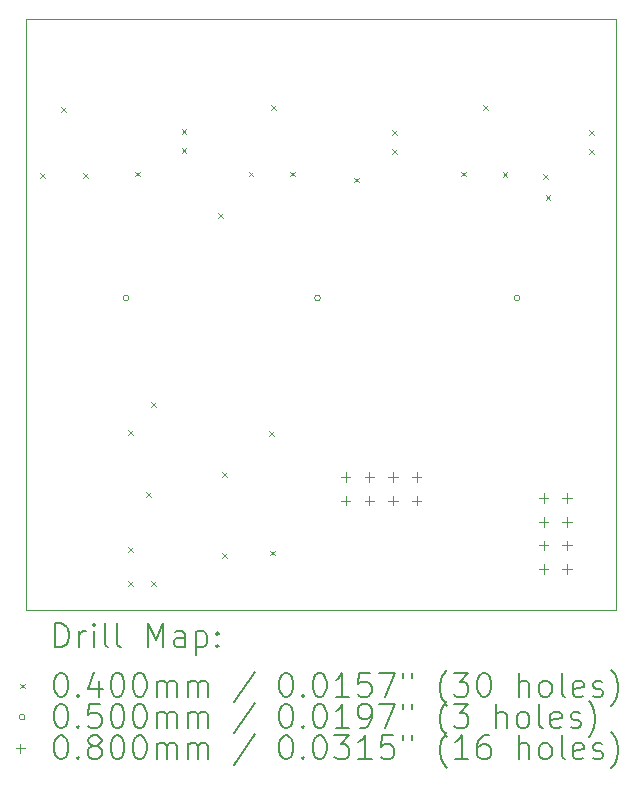
<source format=gbr>
%FSLAX45Y45*%
G04 Gerber Fmt 4.5, Leading zero omitted, Abs format (unit mm)*
G04 Created by KiCad (PCBNEW 6.0.2-378541a8eb~116~ubuntu20.04.1) date 2022-03-13 21:59:55*
%MOMM*%
%LPD*%
G01*
G04 APERTURE LIST*
%TA.AperFunction,Profile*%
%ADD10C,0.100000*%
%TD*%
%ADD11C,0.200000*%
%ADD12C,0.040000*%
%ADD13C,0.050000*%
%ADD14C,0.080000*%
G04 APERTURE END LIST*
D10*
X10750000Y-7940000D02*
X15750000Y-7940000D01*
X15750000Y-7940000D02*
X15750000Y-12940000D01*
X15750000Y-12940000D02*
X10750000Y-12940000D01*
X10750000Y-12940000D02*
X10750000Y-7940000D01*
D11*
D12*
X10874639Y-9243101D02*
X10914639Y-9283101D01*
X10914639Y-9243101D02*
X10874639Y-9283101D01*
X11051250Y-8685000D02*
X11091250Y-8725000D01*
X11091250Y-8685000D02*
X11051250Y-8725000D01*
X11238750Y-9240000D02*
X11278750Y-9280000D01*
X11278750Y-9240000D02*
X11238750Y-9280000D01*
X11615000Y-11420000D02*
X11655000Y-11460000D01*
X11655000Y-11420000D02*
X11615000Y-11460000D01*
X11615000Y-12410000D02*
X11655000Y-12450000D01*
X11655000Y-12410000D02*
X11615000Y-12450000D01*
X11615000Y-12700000D02*
X11655000Y-12740000D01*
X11655000Y-12700000D02*
X11615000Y-12740000D01*
X11680000Y-9230000D02*
X11720000Y-9270000D01*
X11720000Y-9230000D02*
X11680000Y-9270000D01*
X11770000Y-11945000D02*
X11810000Y-11985000D01*
X11810000Y-11945000D02*
X11770000Y-11985000D01*
X11815000Y-11180000D02*
X11855000Y-11220000D01*
X11855000Y-11180000D02*
X11815000Y-11220000D01*
X11815000Y-12700000D02*
X11855000Y-12740000D01*
X11855000Y-12700000D02*
X11815000Y-12740000D01*
X12070000Y-8870000D02*
X12110000Y-8910000D01*
X12110000Y-8870000D02*
X12070000Y-8910000D01*
X12070000Y-9030000D02*
X12110000Y-9070000D01*
X12110000Y-9030000D02*
X12070000Y-9070000D01*
X12380000Y-9580000D02*
X12420000Y-9620000D01*
X12420000Y-9580000D02*
X12380000Y-9620000D01*
X12412500Y-11775000D02*
X12452500Y-11815000D01*
X12452500Y-11775000D02*
X12412500Y-11815000D01*
X12415000Y-12460000D02*
X12455000Y-12500000D01*
X12455000Y-12460000D02*
X12415000Y-12500000D01*
X12638750Y-9230000D02*
X12678750Y-9270000D01*
X12678750Y-9230000D02*
X12638750Y-9270000D01*
X12810000Y-11430000D02*
X12850000Y-11470000D01*
X12850000Y-11430000D02*
X12810000Y-11470000D01*
X12820000Y-12440000D02*
X12860000Y-12480000D01*
X12860000Y-12440000D02*
X12820000Y-12480000D01*
X12831250Y-8665000D02*
X12871250Y-8705000D01*
X12871250Y-8665000D02*
X12831250Y-8705000D01*
X12988750Y-9230000D02*
X13028750Y-9270000D01*
X13028750Y-9230000D02*
X12988750Y-9270000D01*
X13530000Y-9280000D02*
X13570000Y-9320000D01*
X13570000Y-9280000D02*
X13530000Y-9320000D01*
X13855000Y-8880000D02*
X13895000Y-8920000D01*
X13895000Y-8880000D02*
X13855000Y-8920000D01*
X13855000Y-9040000D02*
X13895000Y-9080000D01*
X13895000Y-9040000D02*
X13855000Y-9080000D01*
X14438750Y-9230000D02*
X14478750Y-9270000D01*
X14478750Y-9230000D02*
X14438750Y-9270000D01*
X14626250Y-8665000D02*
X14666250Y-8705000D01*
X14666250Y-8665000D02*
X14626250Y-8705000D01*
X14788750Y-9233450D02*
X14828750Y-9273450D01*
X14828750Y-9233450D02*
X14788750Y-9273450D01*
X15132450Y-9250000D02*
X15172450Y-9290000D01*
X15172450Y-9250000D02*
X15132450Y-9290000D01*
X15152500Y-9430000D02*
X15192500Y-9470000D01*
X15192500Y-9430000D02*
X15152500Y-9470000D01*
X15520000Y-8880000D02*
X15560000Y-8920000D01*
X15560000Y-8880000D02*
X15520000Y-8920000D01*
X15520000Y-9040000D02*
X15560000Y-9080000D01*
X15560000Y-9040000D02*
X15520000Y-9080000D01*
D13*
X11625000Y-10300000D02*
G75*
G03*
X11625000Y-10300000I-25000J0D01*
G01*
X13245000Y-10300000D02*
G75*
G03*
X13245000Y-10300000I-25000J0D01*
G01*
X14935000Y-10300000D02*
G75*
G03*
X14935000Y-10300000I-25000J0D01*
G01*
D14*
X13460000Y-11775000D02*
X13460000Y-11855000D01*
X13420000Y-11815000D02*
X13500000Y-11815000D01*
X13460000Y-11975000D02*
X13460000Y-12055000D01*
X13420000Y-12015000D02*
X13500000Y-12015000D01*
X13660000Y-11775000D02*
X13660000Y-11855000D01*
X13620000Y-11815000D02*
X13700000Y-11815000D01*
X13660000Y-11975000D02*
X13660000Y-12055000D01*
X13620000Y-12015000D02*
X13700000Y-12015000D01*
X13860000Y-11775000D02*
X13860000Y-11855000D01*
X13820000Y-11815000D02*
X13900000Y-11815000D01*
X13860000Y-11975000D02*
X13860000Y-12055000D01*
X13820000Y-12015000D02*
X13900000Y-12015000D01*
X14060000Y-11775000D02*
X14060000Y-11855000D01*
X14020000Y-11815000D02*
X14100000Y-11815000D01*
X14060000Y-11975000D02*
X14060000Y-12055000D01*
X14020000Y-12015000D02*
X14100000Y-12015000D01*
X15135000Y-11955000D02*
X15135000Y-12035000D01*
X15095000Y-11995000D02*
X15175000Y-11995000D01*
X15135000Y-12155000D02*
X15135000Y-12235000D01*
X15095000Y-12195000D02*
X15175000Y-12195000D01*
X15135000Y-12355000D02*
X15135000Y-12435000D01*
X15095000Y-12395000D02*
X15175000Y-12395000D01*
X15135000Y-12555000D02*
X15135000Y-12635000D01*
X15095000Y-12595000D02*
X15175000Y-12595000D01*
X15335000Y-11955000D02*
X15335000Y-12035000D01*
X15295000Y-11995000D02*
X15375000Y-11995000D01*
X15335000Y-12155000D02*
X15335000Y-12235000D01*
X15295000Y-12195000D02*
X15375000Y-12195000D01*
X15335000Y-12355000D02*
X15335000Y-12435000D01*
X15295000Y-12395000D02*
X15375000Y-12395000D01*
X15335000Y-12555000D02*
X15335000Y-12635000D01*
X15295000Y-12595000D02*
X15375000Y-12595000D01*
D11*
X11002619Y-13255476D02*
X11002619Y-13055476D01*
X11050238Y-13055476D01*
X11078810Y-13065000D01*
X11097857Y-13084048D01*
X11107381Y-13103095D01*
X11116905Y-13141190D01*
X11116905Y-13169762D01*
X11107381Y-13207857D01*
X11097857Y-13226905D01*
X11078810Y-13245952D01*
X11050238Y-13255476D01*
X11002619Y-13255476D01*
X11202619Y-13255476D02*
X11202619Y-13122143D01*
X11202619Y-13160238D02*
X11212143Y-13141190D01*
X11221667Y-13131667D01*
X11240714Y-13122143D01*
X11259762Y-13122143D01*
X11326428Y-13255476D02*
X11326428Y-13122143D01*
X11326428Y-13055476D02*
X11316905Y-13065000D01*
X11326428Y-13074524D01*
X11335952Y-13065000D01*
X11326428Y-13055476D01*
X11326428Y-13074524D01*
X11450238Y-13255476D02*
X11431190Y-13245952D01*
X11421667Y-13226905D01*
X11421667Y-13055476D01*
X11555000Y-13255476D02*
X11535952Y-13245952D01*
X11526428Y-13226905D01*
X11526428Y-13055476D01*
X11783571Y-13255476D02*
X11783571Y-13055476D01*
X11850238Y-13198333D01*
X11916905Y-13055476D01*
X11916905Y-13255476D01*
X12097857Y-13255476D02*
X12097857Y-13150714D01*
X12088333Y-13131667D01*
X12069286Y-13122143D01*
X12031190Y-13122143D01*
X12012143Y-13131667D01*
X12097857Y-13245952D02*
X12078809Y-13255476D01*
X12031190Y-13255476D01*
X12012143Y-13245952D01*
X12002619Y-13226905D01*
X12002619Y-13207857D01*
X12012143Y-13188809D01*
X12031190Y-13179286D01*
X12078809Y-13179286D01*
X12097857Y-13169762D01*
X12193095Y-13122143D02*
X12193095Y-13322143D01*
X12193095Y-13131667D02*
X12212143Y-13122143D01*
X12250238Y-13122143D01*
X12269286Y-13131667D01*
X12278809Y-13141190D01*
X12288333Y-13160238D01*
X12288333Y-13217381D01*
X12278809Y-13236428D01*
X12269286Y-13245952D01*
X12250238Y-13255476D01*
X12212143Y-13255476D01*
X12193095Y-13245952D01*
X12374048Y-13236428D02*
X12383571Y-13245952D01*
X12374048Y-13255476D01*
X12364524Y-13245952D01*
X12374048Y-13236428D01*
X12374048Y-13255476D01*
X12374048Y-13131667D02*
X12383571Y-13141190D01*
X12374048Y-13150714D01*
X12364524Y-13141190D01*
X12374048Y-13131667D01*
X12374048Y-13150714D01*
D12*
X10705000Y-13565000D02*
X10745000Y-13605000D01*
X10745000Y-13565000D02*
X10705000Y-13605000D01*
D11*
X11040714Y-13475476D02*
X11059762Y-13475476D01*
X11078810Y-13485000D01*
X11088333Y-13494524D01*
X11097857Y-13513571D01*
X11107381Y-13551667D01*
X11107381Y-13599286D01*
X11097857Y-13637381D01*
X11088333Y-13656428D01*
X11078810Y-13665952D01*
X11059762Y-13675476D01*
X11040714Y-13675476D01*
X11021667Y-13665952D01*
X11012143Y-13656428D01*
X11002619Y-13637381D01*
X10993095Y-13599286D01*
X10993095Y-13551667D01*
X11002619Y-13513571D01*
X11012143Y-13494524D01*
X11021667Y-13485000D01*
X11040714Y-13475476D01*
X11193095Y-13656428D02*
X11202619Y-13665952D01*
X11193095Y-13675476D01*
X11183571Y-13665952D01*
X11193095Y-13656428D01*
X11193095Y-13675476D01*
X11374048Y-13542143D02*
X11374048Y-13675476D01*
X11326428Y-13465952D02*
X11278809Y-13608809D01*
X11402619Y-13608809D01*
X11516905Y-13475476D02*
X11535952Y-13475476D01*
X11555000Y-13485000D01*
X11564524Y-13494524D01*
X11574048Y-13513571D01*
X11583571Y-13551667D01*
X11583571Y-13599286D01*
X11574048Y-13637381D01*
X11564524Y-13656428D01*
X11555000Y-13665952D01*
X11535952Y-13675476D01*
X11516905Y-13675476D01*
X11497857Y-13665952D01*
X11488333Y-13656428D01*
X11478809Y-13637381D01*
X11469286Y-13599286D01*
X11469286Y-13551667D01*
X11478809Y-13513571D01*
X11488333Y-13494524D01*
X11497857Y-13485000D01*
X11516905Y-13475476D01*
X11707381Y-13475476D02*
X11726428Y-13475476D01*
X11745476Y-13485000D01*
X11755000Y-13494524D01*
X11764524Y-13513571D01*
X11774048Y-13551667D01*
X11774048Y-13599286D01*
X11764524Y-13637381D01*
X11755000Y-13656428D01*
X11745476Y-13665952D01*
X11726428Y-13675476D01*
X11707381Y-13675476D01*
X11688333Y-13665952D01*
X11678809Y-13656428D01*
X11669286Y-13637381D01*
X11659762Y-13599286D01*
X11659762Y-13551667D01*
X11669286Y-13513571D01*
X11678809Y-13494524D01*
X11688333Y-13485000D01*
X11707381Y-13475476D01*
X11859762Y-13675476D02*
X11859762Y-13542143D01*
X11859762Y-13561190D02*
X11869286Y-13551667D01*
X11888333Y-13542143D01*
X11916905Y-13542143D01*
X11935952Y-13551667D01*
X11945476Y-13570714D01*
X11945476Y-13675476D01*
X11945476Y-13570714D02*
X11955000Y-13551667D01*
X11974048Y-13542143D01*
X12002619Y-13542143D01*
X12021667Y-13551667D01*
X12031190Y-13570714D01*
X12031190Y-13675476D01*
X12126428Y-13675476D02*
X12126428Y-13542143D01*
X12126428Y-13561190D02*
X12135952Y-13551667D01*
X12155000Y-13542143D01*
X12183571Y-13542143D01*
X12202619Y-13551667D01*
X12212143Y-13570714D01*
X12212143Y-13675476D01*
X12212143Y-13570714D02*
X12221667Y-13551667D01*
X12240714Y-13542143D01*
X12269286Y-13542143D01*
X12288333Y-13551667D01*
X12297857Y-13570714D01*
X12297857Y-13675476D01*
X12688333Y-13465952D02*
X12516905Y-13723095D01*
X12945476Y-13475476D02*
X12964524Y-13475476D01*
X12983571Y-13485000D01*
X12993095Y-13494524D01*
X13002619Y-13513571D01*
X13012143Y-13551667D01*
X13012143Y-13599286D01*
X13002619Y-13637381D01*
X12993095Y-13656428D01*
X12983571Y-13665952D01*
X12964524Y-13675476D01*
X12945476Y-13675476D01*
X12926428Y-13665952D01*
X12916905Y-13656428D01*
X12907381Y-13637381D01*
X12897857Y-13599286D01*
X12897857Y-13551667D01*
X12907381Y-13513571D01*
X12916905Y-13494524D01*
X12926428Y-13485000D01*
X12945476Y-13475476D01*
X13097857Y-13656428D02*
X13107381Y-13665952D01*
X13097857Y-13675476D01*
X13088333Y-13665952D01*
X13097857Y-13656428D01*
X13097857Y-13675476D01*
X13231190Y-13475476D02*
X13250238Y-13475476D01*
X13269286Y-13485000D01*
X13278809Y-13494524D01*
X13288333Y-13513571D01*
X13297857Y-13551667D01*
X13297857Y-13599286D01*
X13288333Y-13637381D01*
X13278809Y-13656428D01*
X13269286Y-13665952D01*
X13250238Y-13675476D01*
X13231190Y-13675476D01*
X13212143Y-13665952D01*
X13202619Y-13656428D01*
X13193095Y-13637381D01*
X13183571Y-13599286D01*
X13183571Y-13551667D01*
X13193095Y-13513571D01*
X13202619Y-13494524D01*
X13212143Y-13485000D01*
X13231190Y-13475476D01*
X13488333Y-13675476D02*
X13374048Y-13675476D01*
X13431190Y-13675476D02*
X13431190Y-13475476D01*
X13412143Y-13504048D01*
X13393095Y-13523095D01*
X13374048Y-13532619D01*
X13669286Y-13475476D02*
X13574048Y-13475476D01*
X13564524Y-13570714D01*
X13574048Y-13561190D01*
X13593095Y-13551667D01*
X13640714Y-13551667D01*
X13659762Y-13561190D01*
X13669286Y-13570714D01*
X13678809Y-13589762D01*
X13678809Y-13637381D01*
X13669286Y-13656428D01*
X13659762Y-13665952D01*
X13640714Y-13675476D01*
X13593095Y-13675476D01*
X13574048Y-13665952D01*
X13564524Y-13656428D01*
X13745476Y-13475476D02*
X13878809Y-13475476D01*
X13793095Y-13675476D01*
X13945476Y-13475476D02*
X13945476Y-13513571D01*
X14021667Y-13475476D02*
X14021667Y-13513571D01*
X14316905Y-13751667D02*
X14307381Y-13742143D01*
X14288333Y-13713571D01*
X14278809Y-13694524D01*
X14269286Y-13665952D01*
X14259762Y-13618333D01*
X14259762Y-13580238D01*
X14269286Y-13532619D01*
X14278809Y-13504048D01*
X14288333Y-13485000D01*
X14307381Y-13456428D01*
X14316905Y-13446905D01*
X14374048Y-13475476D02*
X14497857Y-13475476D01*
X14431190Y-13551667D01*
X14459762Y-13551667D01*
X14478809Y-13561190D01*
X14488333Y-13570714D01*
X14497857Y-13589762D01*
X14497857Y-13637381D01*
X14488333Y-13656428D01*
X14478809Y-13665952D01*
X14459762Y-13675476D01*
X14402619Y-13675476D01*
X14383571Y-13665952D01*
X14374048Y-13656428D01*
X14621667Y-13475476D02*
X14640714Y-13475476D01*
X14659762Y-13485000D01*
X14669286Y-13494524D01*
X14678809Y-13513571D01*
X14688333Y-13551667D01*
X14688333Y-13599286D01*
X14678809Y-13637381D01*
X14669286Y-13656428D01*
X14659762Y-13665952D01*
X14640714Y-13675476D01*
X14621667Y-13675476D01*
X14602619Y-13665952D01*
X14593095Y-13656428D01*
X14583571Y-13637381D01*
X14574048Y-13599286D01*
X14574048Y-13551667D01*
X14583571Y-13513571D01*
X14593095Y-13494524D01*
X14602619Y-13485000D01*
X14621667Y-13475476D01*
X14926428Y-13675476D02*
X14926428Y-13475476D01*
X15012143Y-13675476D02*
X15012143Y-13570714D01*
X15002619Y-13551667D01*
X14983571Y-13542143D01*
X14955000Y-13542143D01*
X14935952Y-13551667D01*
X14926428Y-13561190D01*
X15135952Y-13675476D02*
X15116905Y-13665952D01*
X15107381Y-13656428D01*
X15097857Y-13637381D01*
X15097857Y-13580238D01*
X15107381Y-13561190D01*
X15116905Y-13551667D01*
X15135952Y-13542143D01*
X15164524Y-13542143D01*
X15183571Y-13551667D01*
X15193095Y-13561190D01*
X15202619Y-13580238D01*
X15202619Y-13637381D01*
X15193095Y-13656428D01*
X15183571Y-13665952D01*
X15164524Y-13675476D01*
X15135952Y-13675476D01*
X15316905Y-13675476D02*
X15297857Y-13665952D01*
X15288333Y-13646905D01*
X15288333Y-13475476D01*
X15469286Y-13665952D02*
X15450238Y-13675476D01*
X15412143Y-13675476D01*
X15393095Y-13665952D01*
X15383571Y-13646905D01*
X15383571Y-13570714D01*
X15393095Y-13551667D01*
X15412143Y-13542143D01*
X15450238Y-13542143D01*
X15469286Y-13551667D01*
X15478809Y-13570714D01*
X15478809Y-13589762D01*
X15383571Y-13608809D01*
X15555000Y-13665952D02*
X15574048Y-13675476D01*
X15612143Y-13675476D01*
X15631190Y-13665952D01*
X15640714Y-13646905D01*
X15640714Y-13637381D01*
X15631190Y-13618333D01*
X15612143Y-13608809D01*
X15583571Y-13608809D01*
X15564524Y-13599286D01*
X15555000Y-13580238D01*
X15555000Y-13570714D01*
X15564524Y-13551667D01*
X15583571Y-13542143D01*
X15612143Y-13542143D01*
X15631190Y-13551667D01*
X15707381Y-13751667D02*
X15716905Y-13742143D01*
X15735952Y-13713571D01*
X15745476Y-13694524D01*
X15755000Y-13665952D01*
X15764524Y-13618333D01*
X15764524Y-13580238D01*
X15755000Y-13532619D01*
X15745476Y-13504048D01*
X15735952Y-13485000D01*
X15716905Y-13456428D01*
X15707381Y-13446905D01*
D13*
X10745000Y-13849000D02*
G75*
G03*
X10745000Y-13849000I-25000J0D01*
G01*
D11*
X11040714Y-13739476D02*
X11059762Y-13739476D01*
X11078810Y-13749000D01*
X11088333Y-13758524D01*
X11097857Y-13777571D01*
X11107381Y-13815667D01*
X11107381Y-13863286D01*
X11097857Y-13901381D01*
X11088333Y-13920428D01*
X11078810Y-13929952D01*
X11059762Y-13939476D01*
X11040714Y-13939476D01*
X11021667Y-13929952D01*
X11012143Y-13920428D01*
X11002619Y-13901381D01*
X10993095Y-13863286D01*
X10993095Y-13815667D01*
X11002619Y-13777571D01*
X11012143Y-13758524D01*
X11021667Y-13749000D01*
X11040714Y-13739476D01*
X11193095Y-13920428D02*
X11202619Y-13929952D01*
X11193095Y-13939476D01*
X11183571Y-13929952D01*
X11193095Y-13920428D01*
X11193095Y-13939476D01*
X11383571Y-13739476D02*
X11288333Y-13739476D01*
X11278809Y-13834714D01*
X11288333Y-13825190D01*
X11307381Y-13815667D01*
X11355000Y-13815667D01*
X11374048Y-13825190D01*
X11383571Y-13834714D01*
X11393095Y-13853762D01*
X11393095Y-13901381D01*
X11383571Y-13920428D01*
X11374048Y-13929952D01*
X11355000Y-13939476D01*
X11307381Y-13939476D01*
X11288333Y-13929952D01*
X11278809Y-13920428D01*
X11516905Y-13739476D02*
X11535952Y-13739476D01*
X11555000Y-13749000D01*
X11564524Y-13758524D01*
X11574048Y-13777571D01*
X11583571Y-13815667D01*
X11583571Y-13863286D01*
X11574048Y-13901381D01*
X11564524Y-13920428D01*
X11555000Y-13929952D01*
X11535952Y-13939476D01*
X11516905Y-13939476D01*
X11497857Y-13929952D01*
X11488333Y-13920428D01*
X11478809Y-13901381D01*
X11469286Y-13863286D01*
X11469286Y-13815667D01*
X11478809Y-13777571D01*
X11488333Y-13758524D01*
X11497857Y-13749000D01*
X11516905Y-13739476D01*
X11707381Y-13739476D02*
X11726428Y-13739476D01*
X11745476Y-13749000D01*
X11755000Y-13758524D01*
X11764524Y-13777571D01*
X11774048Y-13815667D01*
X11774048Y-13863286D01*
X11764524Y-13901381D01*
X11755000Y-13920428D01*
X11745476Y-13929952D01*
X11726428Y-13939476D01*
X11707381Y-13939476D01*
X11688333Y-13929952D01*
X11678809Y-13920428D01*
X11669286Y-13901381D01*
X11659762Y-13863286D01*
X11659762Y-13815667D01*
X11669286Y-13777571D01*
X11678809Y-13758524D01*
X11688333Y-13749000D01*
X11707381Y-13739476D01*
X11859762Y-13939476D02*
X11859762Y-13806143D01*
X11859762Y-13825190D02*
X11869286Y-13815667D01*
X11888333Y-13806143D01*
X11916905Y-13806143D01*
X11935952Y-13815667D01*
X11945476Y-13834714D01*
X11945476Y-13939476D01*
X11945476Y-13834714D02*
X11955000Y-13815667D01*
X11974048Y-13806143D01*
X12002619Y-13806143D01*
X12021667Y-13815667D01*
X12031190Y-13834714D01*
X12031190Y-13939476D01*
X12126428Y-13939476D02*
X12126428Y-13806143D01*
X12126428Y-13825190D02*
X12135952Y-13815667D01*
X12155000Y-13806143D01*
X12183571Y-13806143D01*
X12202619Y-13815667D01*
X12212143Y-13834714D01*
X12212143Y-13939476D01*
X12212143Y-13834714D02*
X12221667Y-13815667D01*
X12240714Y-13806143D01*
X12269286Y-13806143D01*
X12288333Y-13815667D01*
X12297857Y-13834714D01*
X12297857Y-13939476D01*
X12688333Y-13729952D02*
X12516905Y-13987095D01*
X12945476Y-13739476D02*
X12964524Y-13739476D01*
X12983571Y-13749000D01*
X12993095Y-13758524D01*
X13002619Y-13777571D01*
X13012143Y-13815667D01*
X13012143Y-13863286D01*
X13002619Y-13901381D01*
X12993095Y-13920428D01*
X12983571Y-13929952D01*
X12964524Y-13939476D01*
X12945476Y-13939476D01*
X12926428Y-13929952D01*
X12916905Y-13920428D01*
X12907381Y-13901381D01*
X12897857Y-13863286D01*
X12897857Y-13815667D01*
X12907381Y-13777571D01*
X12916905Y-13758524D01*
X12926428Y-13749000D01*
X12945476Y-13739476D01*
X13097857Y-13920428D02*
X13107381Y-13929952D01*
X13097857Y-13939476D01*
X13088333Y-13929952D01*
X13097857Y-13920428D01*
X13097857Y-13939476D01*
X13231190Y-13739476D02*
X13250238Y-13739476D01*
X13269286Y-13749000D01*
X13278809Y-13758524D01*
X13288333Y-13777571D01*
X13297857Y-13815667D01*
X13297857Y-13863286D01*
X13288333Y-13901381D01*
X13278809Y-13920428D01*
X13269286Y-13929952D01*
X13250238Y-13939476D01*
X13231190Y-13939476D01*
X13212143Y-13929952D01*
X13202619Y-13920428D01*
X13193095Y-13901381D01*
X13183571Y-13863286D01*
X13183571Y-13815667D01*
X13193095Y-13777571D01*
X13202619Y-13758524D01*
X13212143Y-13749000D01*
X13231190Y-13739476D01*
X13488333Y-13939476D02*
X13374048Y-13939476D01*
X13431190Y-13939476D02*
X13431190Y-13739476D01*
X13412143Y-13768048D01*
X13393095Y-13787095D01*
X13374048Y-13796619D01*
X13583571Y-13939476D02*
X13621667Y-13939476D01*
X13640714Y-13929952D01*
X13650238Y-13920428D01*
X13669286Y-13891857D01*
X13678809Y-13853762D01*
X13678809Y-13777571D01*
X13669286Y-13758524D01*
X13659762Y-13749000D01*
X13640714Y-13739476D01*
X13602619Y-13739476D01*
X13583571Y-13749000D01*
X13574048Y-13758524D01*
X13564524Y-13777571D01*
X13564524Y-13825190D01*
X13574048Y-13844238D01*
X13583571Y-13853762D01*
X13602619Y-13863286D01*
X13640714Y-13863286D01*
X13659762Y-13853762D01*
X13669286Y-13844238D01*
X13678809Y-13825190D01*
X13745476Y-13739476D02*
X13878809Y-13739476D01*
X13793095Y-13939476D01*
X13945476Y-13739476D02*
X13945476Y-13777571D01*
X14021667Y-13739476D02*
X14021667Y-13777571D01*
X14316905Y-14015667D02*
X14307381Y-14006143D01*
X14288333Y-13977571D01*
X14278809Y-13958524D01*
X14269286Y-13929952D01*
X14259762Y-13882333D01*
X14259762Y-13844238D01*
X14269286Y-13796619D01*
X14278809Y-13768048D01*
X14288333Y-13749000D01*
X14307381Y-13720428D01*
X14316905Y-13710905D01*
X14374048Y-13739476D02*
X14497857Y-13739476D01*
X14431190Y-13815667D01*
X14459762Y-13815667D01*
X14478809Y-13825190D01*
X14488333Y-13834714D01*
X14497857Y-13853762D01*
X14497857Y-13901381D01*
X14488333Y-13920428D01*
X14478809Y-13929952D01*
X14459762Y-13939476D01*
X14402619Y-13939476D01*
X14383571Y-13929952D01*
X14374048Y-13920428D01*
X14735952Y-13939476D02*
X14735952Y-13739476D01*
X14821667Y-13939476D02*
X14821667Y-13834714D01*
X14812143Y-13815667D01*
X14793095Y-13806143D01*
X14764524Y-13806143D01*
X14745476Y-13815667D01*
X14735952Y-13825190D01*
X14945476Y-13939476D02*
X14926428Y-13929952D01*
X14916905Y-13920428D01*
X14907381Y-13901381D01*
X14907381Y-13844238D01*
X14916905Y-13825190D01*
X14926428Y-13815667D01*
X14945476Y-13806143D01*
X14974048Y-13806143D01*
X14993095Y-13815667D01*
X15002619Y-13825190D01*
X15012143Y-13844238D01*
X15012143Y-13901381D01*
X15002619Y-13920428D01*
X14993095Y-13929952D01*
X14974048Y-13939476D01*
X14945476Y-13939476D01*
X15126428Y-13939476D02*
X15107381Y-13929952D01*
X15097857Y-13910905D01*
X15097857Y-13739476D01*
X15278809Y-13929952D02*
X15259762Y-13939476D01*
X15221667Y-13939476D01*
X15202619Y-13929952D01*
X15193095Y-13910905D01*
X15193095Y-13834714D01*
X15202619Y-13815667D01*
X15221667Y-13806143D01*
X15259762Y-13806143D01*
X15278809Y-13815667D01*
X15288333Y-13834714D01*
X15288333Y-13853762D01*
X15193095Y-13872809D01*
X15364524Y-13929952D02*
X15383571Y-13939476D01*
X15421667Y-13939476D01*
X15440714Y-13929952D01*
X15450238Y-13910905D01*
X15450238Y-13901381D01*
X15440714Y-13882333D01*
X15421667Y-13872809D01*
X15393095Y-13872809D01*
X15374048Y-13863286D01*
X15364524Y-13844238D01*
X15364524Y-13834714D01*
X15374048Y-13815667D01*
X15393095Y-13806143D01*
X15421667Y-13806143D01*
X15440714Y-13815667D01*
X15516905Y-14015667D02*
X15526428Y-14006143D01*
X15545476Y-13977571D01*
X15555000Y-13958524D01*
X15564524Y-13929952D01*
X15574048Y-13882333D01*
X15574048Y-13844238D01*
X15564524Y-13796619D01*
X15555000Y-13768048D01*
X15545476Y-13749000D01*
X15526428Y-13720428D01*
X15516905Y-13710905D01*
D14*
X10705000Y-14073000D02*
X10705000Y-14153000D01*
X10665000Y-14113000D02*
X10745000Y-14113000D01*
D11*
X11040714Y-14003476D02*
X11059762Y-14003476D01*
X11078810Y-14013000D01*
X11088333Y-14022524D01*
X11097857Y-14041571D01*
X11107381Y-14079667D01*
X11107381Y-14127286D01*
X11097857Y-14165381D01*
X11088333Y-14184428D01*
X11078810Y-14193952D01*
X11059762Y-14203476D01*
X11040714Y-14203476D01*
X11021667Y-14193952D01*
X11012143Y-14184428D01*
X11002619Y-14165381D01*
X10993095Y-14127286D01*
X10993095Y-14079667D01*
X11002619Y-14041571D01*
X11012143Y-14022524D01*
X11021667Y-14013000D01*
X11040714Y-14003476D01*
X11193095Y-14184428D02*
X11202619Y-14193952D01*
X11193095Y-14203476D01*
X11183571Y-14193952D01*
X11193095Y-14184428D01*
X11193095Y-14203476D01*
X11316905Y-14089190D02*
X11297857Y-14079667D01*
X11288333Y-14070143D01*
X11278809Y-14051095D01*
X11278809Y-14041571D01*
X11288333Y-14022524D01*
X11297857Y-14013000D01*
X11316905Y-14003476D01*
X11355000Y-14003476D01*
X11374048Y-14013000D01*
X11383571Y-14022524D01*
X11393095Y-14041571D01*
X11393095Y-14051095D01*
X11383571Y-14070143D01*
X11374048Y-14079667D01*
X11355000Y-14089190D01*
X11316905Y-14089190D01*
X11297857Y-14098714D01*
X11288333Y-14108238D01*
X11278809Y-14127286D01*
X11278809Y-14165381D01*
X11288333Y-14184428D01*
X11297857Y-14193952D01*
X11316905Y-14203476D01*
X11355000Y-14203476D01*
X11374048Y-14193952D01*
X11383571Y-14184428D01*
X11393095Y-14165381D01*
X11393095Y-14127286D01*
X11383571Y-14108238D01*
X11374048Y-14098714D01*
X11355000Y-14089190D01*
X11516905Y-14003476D02*
X11535952Y-14003476D01*
X11555000Y-14013000D01*
X11564524Y-14022524D01*
X11574048Y-14041571D01*
X11583571Y-14079667D01*
X11583571Y-14127286D01*
X11574048Y-14165381D01*
X11564524Y-14184428D01*
X11555000Y-14193952D01*
X11535952Y-14203476D01*
X11516905Y-14203476D01*
X11497857Y-14193952D01*
X11488333Y-14184428D01*
X11478809Y-14165381D01*
X11469286Y-14127286D01*
X11469286Y-14079667D01*
X11478809Y-14041571D01*
X11488333Y-14022524D01*
X11497857Y-14013000D01*
X11516905Y-14003476D01*
X11707381Y-14003476D02*
X11726428Y-14003476D01*
X11745476Y-14013000D01*
X11755000Y-14022524D01*
X11764524Y-14041571D01*
X11774048Y-14079667D01*
X11774048Y-14127286D01*
X11764524Y-14165381D01*
X11755000Y-14184428D01*
X11745476Y-14193952D01*
X11726428Y-14203476D01*
X11707381Y-14203476D01*
X11688333Y-14193952D01*
X11678809Y-14184428D01*
X11669286Y-14165381D01*
X11659762Y-14127286D01*
X11659762Y-14079667D01*
X11669286Y-14041571D01*
X11678809Y-14022524D01*
X11688333Y-14013000D01*
X11707381Y-14003476D01*
X11859762Y-14203476D02*
X11859762Y-14070143D01*
X11859762Y-14089190D02*
X11869286Y-14079667D01*
X11888333Y-14070143D01*
X11916905Y-14070143D01*
X11935952Y-14079667D01*
X11945476Y-14098714D01*
X11945476Y-14203476D01*
X11945476Y-14098714D02*
X11955000Y-14079667D01*
X11974048Y-14070143D01*
X12002619Y-14070143D01*
X12021667Y-14079667D01*
X12031190Y-14098714D01*
X12031190Y-14203476D01*
X12126428Y-14203476D02*
X12126428Y-14070143D01*
X12126428Y-14089190D02*
X12135952Y-14079667D01*
X12155000Y-14070143D01*
X12183571Y-14070143D01*
X12202619Y-14079667D01*
X12212143Y-14098714D01*
X12212143Y-14203476D01*
X12212143Y-14098714D02*
X12221667Y-14079667D01*
X12240714Y-14070143D01*
X12269286Y-14070143D01*
X12288333Y-14079667D01*
X12297857Y-14098714D01*
X12297857Y-14203476D01*
X12688333Y-13993952D02*
X12516905Y-14251095D01*
X12945476Y-14003476D02*
X12964524Y-14003476D01*
X12983571Y-14013000D01*
X12993095Y-14022524D01*
X13002619Y-14041571D01*
X13012143Y-14079667D01*
X13012143Y-14127286D01*
X13002619Y-14165381D01*
X12993095Y-14184428D01*
X12983571Y-14193952D01*
X12964524Y-14203476D01*
X12945476Y-14203476D01*
X12926428Y-14193952D01*
X12916905Y-14184428D01*
X12907381Y-14165381D01*
X12897857Y-14127286D01*
X12897857Y-14079667D01*
X12907381Y-14041571D01*
X12916905Y-14022524D01*
X12926428Y-14013000D01*
X12945476Y-14003476D01*
X13097857Y-14184428D02*
X13107381Y-14193952D01*
X13097857Y-14203476D01*
X13088333Y-14193952D01*
X13097857Y-14184428D01*
X13097857Y-14203476D01*
X13231190Y-14003476D02*
X13250238Y-14003476D01*
X13269286Y-14013000D01*
X13278809Y-14022524D01*
X13288333Y-14041571D01*
X13297857Y-14079667D01*
X13297857Y-14127286D01*
X13288333Y-14165381D01*
X13278809Y-14184428D01*
X13269286Y-14193952D01*
X13250238Y-14203476D01*
X13231190Y-14203476D01*
X13212143Y-14193952D01*
X13202619Y-14184428D01*
X13193095Y-14165381D01*
X13183571Y-14127286D01*
X13183571Y-14079667D01*
X13193095Y-14041571D01*
X13202619Y-14022524D01*
X13212143Y-14013000D01*
X13231190Y-14003476D01*
X13364524Y-14003476D02*
X13488333Y-14003476D01*
X13421667Y-14079667D01*
X13450238Y-14079667D01*
X13469286Y-14089190D01*
X13478809Y-14098714D01*
X13488333Y-14117762D01*
X13488333Y-14165381D01*
X13478809Y-14184428D01*
X13469286Y-14193952D01*
X13450238Y-14203476D01*
X13393095Y-14203476D01*
X13374048Y-14193952D01*
X13364524Y-14184428D01*
X13678809Y-14203476D02*
X13564524Y-14203476D01*
X13621667Y-14203476D02*
X13621667Y-14003476D01*
X13602619Y-14032048D01*
X13583571Y-14051095D01*
X13564524Y-14060619D01*
X13859762Y-14003476D02*
X13764524Y-14003476D01*
X13755000Y-14098714D01*
X13764524Y-14089190D01*
X13783571Y-14079667D01*
X13831190Y-14079667D01*
X13850238Y-14089190D01*
X13859762Y-14098714D01*
X13869286Y-14117762D01*
X13869286Y-14165381D01*
X13859762Y-14184428D01*
X13850238Y-14193952D01*
X13831190Y-14203476D01*
X13783571Y-14203476D01*
X13764524Y-14193952D01*
X13755000Y-14184428D01*
X13945476Y-14003476D02*
X13945476Y-14041571D01*
X14021667Y-14003476D02*
X14021667Y-14041571D01*
X14316905Y-14279667D02*
X14307381Y-14270143D01*
X14288333Y-14241571D01*
X14278809Y-14222524D01*
X14269286Y-14193952D01*
X14259762Y-14146333D01*
X14259762Y-14108238D01*
X14269286Y-14060619D01*
X14278809Y-14032048D01*
X14288333Y-14013000D01*
X14307381Y-13984428D01*
X14316905Y-13974905D01*
X14497857Y-14203476D02*
X14383571Y-14203476D01*
X14440714Y-14203476D02*
X14440714Y-14003476D01*
X14421667Y-14032048D01*
X14402619Y-14051095D01*
X14383571Y-14060619D01*
X14669286Y-14003476D02*
X14631190Y-14003476D01*
X14612143Y-14013000D01*
X14602619Y-14022524D01*
X14583571Y-14051095D01*
X14574048Y-14089190D01*
X14574048Y-14165381D01*
X14583571Y-14184428D01*
X14593095Y-14193952D01*
X14612143Y-14203476D01*
X14650238Y-14203476D01*
X14669286Y-14193952D01*
X14678809Y-14184428D01*
X14688333Y-14165381D01*
X14688333Y-14117762D01*
X14678809Y-14098714D01*
X14669286Y-14089190D01*
X14650238Y-14079667D01*
X14612143Y-14079667D01*
X14593095Y-14089190D01*
X14583571Y-14098714D01*
X14574048Y-14117762D01*
X14926428Y-14203476D02*
X14926428Y-14003476D01*
X15012143Y-14203476D02*
X15012143Y-14098714D01*
X15002619Y-14079667D01*
X14983571Y-14070143D01*
X14955000Y-14070143D01*
X14935952Y-14079667D01*
X14926428Y-14089190D01*
X15135952Y-14203476D02*
X15116905Y-14193952D01*
X15107381Y-14184428D01*
X15097857Y-14165381D01*
X15097857Y-14108238D01*
X15107381Y-14089190D01*
X15116905Y-14079667D01*
X15135952Y-14070143D01*
X15164524Y-14070143D01*
X15183571Y-14079667D01*
X15193095Y-14089190D01*
X15202619Y-14108238D01*
X15202619Y-14165381D01*
X15193095Y-14184428D01*
X15183571Y-14193952D01*
X15164524Y-14203476D01*
X15135952Y-14203476D01*
X15316905Y-14203476D02*
X15297857Y-14193952D01*
X15288333Y-14174905D01*
X15288333Y-14003476D01*
X15469286Y-14193952D02*
X15450238Y-14203476D01*
X15412143Y-14203476D01*
X15393095Y-14193952D01*
X15383571Y-14174905D01*
X15383571Y-14098714D01*
X15393095Y-14079667D01*
X15412143Y-14070143D01*
X15450238Y-14070143D01*
X15469286Y-14079667D01*
X15478809Y-14098714D01*
X15478809Y-14117762D01*
X15383571Y-14136809D01*
X15555000Y-14193952D02*
X15574048Y-14203476D01*
X15612143Y-14203476D01*
X15631190Y-14193952D01*
X15640714Y-14174905D01*
X15640714Y-14165381D01*
X15631190Y-14146333D01*
X15612143Y-14136809D01*
X15583571Y-14136809D01*
X15564524Y-14127286D01*
X15555000Y-14108238D01*
X15555000Y-14098714D01*
X15564524Y-14079667D01*
X15583571Y-14070143D01*
X15612143Y-14070143D01*
X15631190Y-14079667D01*
X15707381Y-14279667D02*
X15716905Y-14270143D01*
X15735952Y-14241571D01*
X15745476Y-14222524D01*
X15755000Y-14193952D01*
X15764524Y-14146333D01*
X15764524Y-14108238D01*
X15755000Y-14060619D01*
X15745476Y-14032048D01*
X15735952Y-14013000D01*
X15716905Y-13984428D01*
X15707381Y-13974905D01*
M02*

</source>
